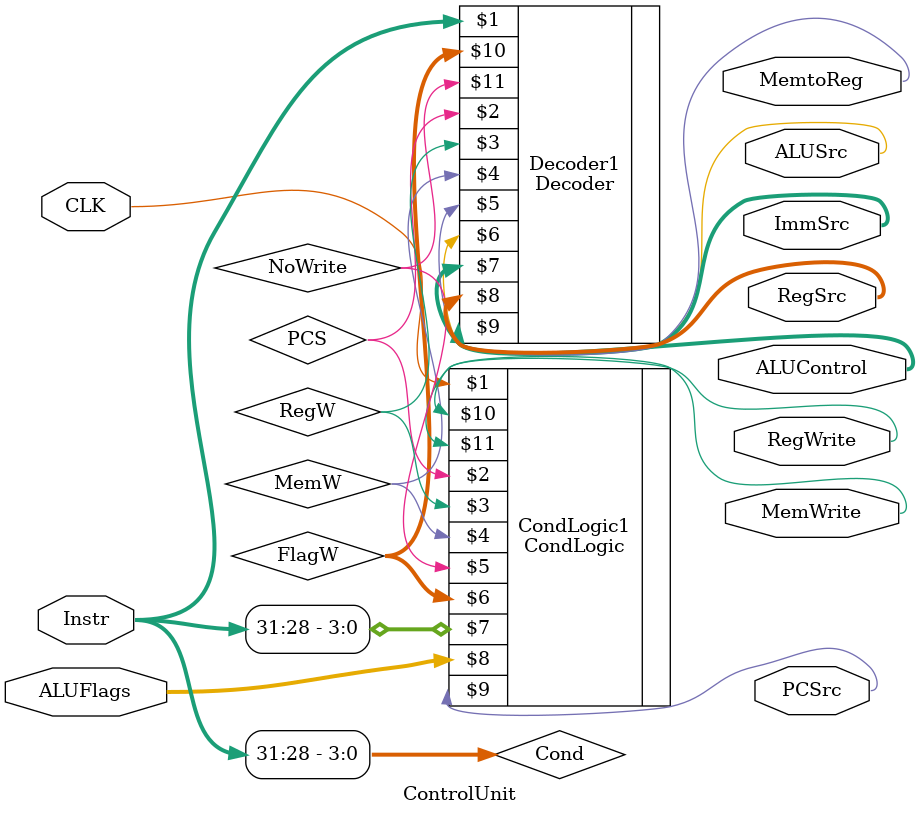
<source format=v>
module ControlUnit(
    input [31:0] Instr,
    input [3:0] ALUFlags,
    input CLK,

    output MemtoReg,
    output MemWrite,
    output ALUSrc,
    output [1:0] ImmSrc,
    output RegWrite,
    output [1:0] RegSrc,
    output [1:0] ALUControl,	
    output PCSrc
    ); 
    
    wire [3:0] Cond;
    wire PSC, RegW, MemW, NoWrite;
    wire [1:0] FlagW;

    assign Cond=Instr[31:28];

    CondLogic CondLogic1(
     CLK,
     PCS,
     RegW,
     MemW,
     NoWrite,
     FlagW,
     Cond,
     ALUFlags,

     PCSrc,
     RegWrite,
     MemWrite
    );

    Decoder Decoder1(
     Instr,
     PCS,
     RegW,
     MemW,
     MemtoReg,
     ALUSrc,
     ImmSrc,
     RegSrc,
     ALUControl,
     FlagW,
     NoWrite
    );
endmodule
</source>
